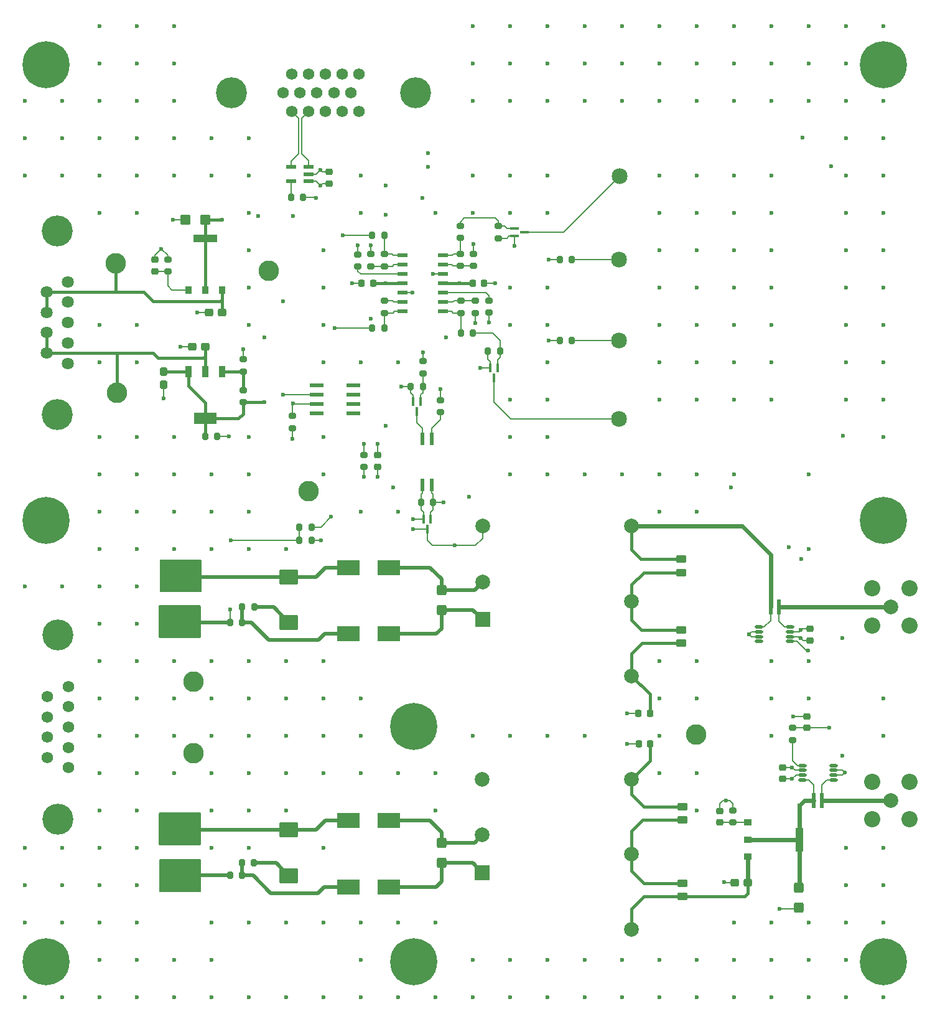
<source format=gbr>
%TF.GenerationSoftware,KiCad,Pcbnew,9.0.3*%
%TF.CreationDate,2025-09-17T10:51:30-04:00*%
%TF.ProjectId,4_COLD_TPC_SiPM_Pre_Amp,345f434f-4c44-45f5-9450-435f5369504d,rev?*%
%TF.SameCoordinates,Original*%
%TF.FileFunction,Copper,L1,Top*%
%TF.FilePolarity,Positive*%
%FSLAX46Y46*%
G04 Gerber Fmt 4.6, Leading zero omitted, Abs format (unit mm)*
G04 Created by KiCad (PCBNEW 9.0.3) date 2025-09-17 10:51:30*
%MOMM*%
%LPD*%
G01*
G04 APERTURE LIST*
G04 Aperture macros list*
%AMRoundRect*
0 Rectangle with rounded corners*
0 $1 Rounding radius*
0 $2 $3 $4 $5 $6 $7 $8 $9 X,Y pos of 4 corners*
0 Add a 4 corners polygon primitive as box body*
4,1,4,$2,$3,$4,$5,$6,$7,$8,$9,$2,$3,0*
0 Add four circle primitives for the rounded corners*
1,1,$1+$1,$2,$3*
1,1,$1+$1,$4,$5*
1,1,$1+$1,$6,$7*
1,1,$1+$1,$8,$9*
0 Add four rect primitives between the rounded corners*
20,1,$1+$1,$2,$3,$4,$5,0*
20,1,$1+$1,$4,$5,$6,$7,0*
20,1,$1+$1,$6,$7,$8,$9,0*
20,1,$1+$1,$8,$9,$2,$3,0*%
G04 Aperture macros list end*
%TA.AperFunction,SMDPad,CuDef*%
%ADD10RoundRect,0.225000X-0.250000X0.225000X-0.250000X-0.225000X0.250000X-0.225000X0.250000X0.225000X0*%
%TD*%
%TA.AperFunction,SMDPad,CuDef*%
%ADD11RoundRect,0.250000X0.312500X0.275000X-0.312500X0.275000X-0.312500X-0.275000X0.312500X-0.275000X0*%
%TD*%
%TA.AperFunction,SMDPad,CuDef*%
%ADD12RoundRect,0.225000X0.250000X-0.225000X0.250000X0.225000X-0.250000X0.225000X-0.250000X-0.225000X0*%
%TD*%
%TA.AperFunction,SMDPad,CuDef*%
%ADD13RoundRect,0.250000X-0.425000X0.450000X-0.425000X-0.450000X0.425000X-0.450000X0.425000X0.450000X0*%
%TD*%
%TA.AperFunction,SMDPad,CuDef*%
%ADD14RoundRect,0.250000X0.425000X-0.450000X0.425000X0.450000X-0.425000X0.450000X-0.425000X-0.450000X0*%
%TD*%
%TA.AperFunction,SMDPad,CuDef*%
%ADD15RoundRect,0.225000X0.225000X0.250000X-0.225000X0.250000X-0.225000X-0.250000X0.225000X-0.250000X0*%
%TD*%
%TA.AperFunction,SMDPad,CuDef*%
%ADD16RoundRect,0.250000X0.450000X0.425000X-0.450000X0.425000X-0.450000X-0.425000X0.450000X-0.425000X0*%
%TD*%
%TA.AperFunction,SMDPad,CuDef*%
%ADD17RoundRect,0.225000X-0.225000X-0.250000X0.225000X-0.250000X0.225000X0.250000X-0.225000X0.250000X0*%
%TD*%
%TA.AperFunction,SMDPad,CuDef*%
%ADD18RoundRect,0.250000X0.275000X-0.312500X0.275000X0.312500X-0.275000X0.312500X-0.275000X-0.312500X0*%
%TD*%
%TA.AperFunction,ComponentPad*%
%ADD19C,2.209800*%
%TD*%
%TA.AperFunction,ComponentPad*%
%ADD20C,2.006600*%
%TD*%
%TA.AperFunction,SMDPad,CuDef*%
%ADD21RoundRect,0.020000X-1.480000X0.980000X-1.480000X-0.980000X1.480000X-0.980000X1.480000X0.980000X0*%
%TD*%
%TA.AperFunction,SMDPad,CuDef*%
%ADD22R,0.350800X1.161200*%
%TD*%
%TA.AperFunction,ComponentPad*%
%ADD23C,2.159000*%
%TD*%
%TA.AperFunction,SMDPad,CuDef*%
%ADD24RoundRect,0.200000X0.275000X-0.200000X0.275000X0.200000X-0.275000X0.200000X-0.275000X-0.200000X0*%
%TD*%
%TA.AperFunction,SMDPad,CuDef*%
%ADD25RoundRect,0.200000X-0.200000X-0.275000X0.200000X-0.275000X0.200000X0.275000X-0.200000X0.275000X0*%
%TD*%
%TA.AperFunction,SMDPad,CuDef*%
%ADD26RoundRect,0.200000X-0.275000X0.200000X-0.275000X-0.200000X0.275000X-0.200000X0.275000X0.200000X0*%
%TD*%
%TA.AperFunction,SMDPad,CuDef*%
%ADD27RoundRect,0.200000X0.200000X0.275000X-0.200000X0.275000X-0.200000X-0.275000X0.200000X-0.275000X0*%
%TD*%
%TA.AperFunction,SMDPad,CuDef*%
%ADD28RoundRect,0.250000X-0.450000X0.262500X-0.450000X-0.262500X0.450000X-0.262500X0.450000X0.262500X0*%
%TD*%
%TA.AperFunction,SMDPad,CuDef*%
%ADD29RoundRect,0.250000X0.450000X-0.262500X0.450000X0.262500X-0.450000X0.262500X-0.450000X-0.262500X0*%
%TD*%
%TA.AperFunction,SMDPad,CuDef*%
%ADD30R,0.584200X2.159000*%
%TD*%
%TA.AperFunction,SMDPad,CuDef*%
%ADD31R,3.200000X1.000000*%
%TD*%
%TA.AperFunction,SMDPad,CuDef*%
%ADD32R,0.889000X1.016000*%
%TD*%
%TA.AperFunction,SMDPad,CuDef*%
%ADD33R,1.000000X3.200000*%
%TD*%
%TA.AperFunction,SMDPad,CuDef*%
%ADD34R,1.016000X0.889000*%
%TD*%
%TA.AperFunction,ComponentPad*%
%ADD35C,2.000000*%
%TD*%
%TA.AperFunction,ComponentPad*%
%ADD36R,2.000000X2.000000*%
%TD*%
%TA.AperFunction,SMDPad,CuDef*%
%ADD37R,1.473200X0.558800*%
%TD*%
%TA.AperFunction,SMDPad,CuDef*%
%ADD38R,3.048000X1.600200*%
%TD*%
%TA.AperFunction,SMDPad,CuDef*%
%ADD39R,0.838200X1.600200*%
%TD*%
%TA.AperFunction,SMDPad,CuDef*%
%ADD40R,1.460500X0.533400*%
%TD*%
%TA.AperFunction,SMDPad,CuDef*%
%ADD41O,1.150000X0.449999*%
%TD*%
%TA.AperFunction,ComponentPad*%
%ADD42C,2.800000*%
%TD*%
%TA.AperFunction,ComponentPad*%
%ADD43C,6.400000*%
%TD*%
%TA.AperFunction,SMDPad,CuDef*%
%ADD44RoundRect,0.250000X-0.312500X-0.275000X0.312500X-0.275000X0.312500X0.275000X-0.312500X0.275000X0*%
%TD*%
%TA.AperFunction,SMDPad,CuDef*%
%ADD45R,1.161200X0.350800*%
%TD*%
%TA.AperFunction,ComponentPad*%
%ADD46C,1.560000*%
%TD*%
%TA.AperFunction,ComponentPad*%
%ADD47C,4.216000*%
%TD*%
%TA.AperFunction,SMDPad,CuDef*%
%ADD48R,1.981200X0.558800*%
%TD*%
%TA.AperFunction,SMDPad,CuDef*%
%ADD49R,0.558800X1.651000*%
%TD*%
%TA.AperFunction,ComponentPad*%
%ADD50C,1.575000*%
%TD*%
%TA.AperFunction,ComponentPad*%
%ADD51C,1.635000*%
%TD*%
%TA.AperFunction,SMDPad,CuDef*%
%ADD52RoundRect,0.250000X1.025000X-0.787500X1.025000X0.787500X-1.025000X0.787500X-1.025000X-0.787500X0*%
%TD*%
%TA.AperFunction,ViaPad*%
%ADD53C,0.600000*%
%TD*%
%TA.AperFunction,Conductor*%
%ADD54C,0.600000*%
%TD*%
%TA.AperFunction,Conductor*%
%ADD55C,0.400000*%
%TD*%
%TA.AperFunction,Conductor*%
%ADD56C,0.200000*%
%TD*%
%TA.AperFunction,Conductor*%
%ADD57C,0.800000*%
%TD*%
%TA.AperFunction,Conductor*%
%ADD58C,0.500000*%
%TD*%
G04 APERTURE END LIST*
D10*
%TO.P,C1,2*%
%TO.N,/SEC_PWR_TELEM_RTN*%
X235240000Y-153165000D03*
%TO.P,C1,1*%
%TO.N,/SiPM/V_TELEM_P3V3_OUT*%
X235240000Y-151615000D03*
%TD*%
D11*
%TO.P,C3,2*%
%TO.N,/SiPM/SiPM_LV_Supply/SiPM_LV_5V/V_P5V_OUT*%
X228750000Y-167241400D03*
%TO.P,C3,1*%
%TO.N,/SiPM/SiPM_LV_Supply/SiPM_LV_P3V3/V_P3V3_OUT*%
X230525000Y-167241400D03*
%TD*%
D12*
%TO.P,C4,2*%
%TO.N,/SiPM/SiPM_LV_Supply/SiPM_LV_5V/V_P5V_OUT*%
X226730000Y-157536400D03*
%TO.P,C4,1*%
%TO.N,Net-(U2-SET)*%
X226730000Y-159086400D03*
%TD*%
D13*
%TO.P,C5,2*%
%TO.N,/SiPM/SiPM_LV_Supply/SiPM_LV_5V/V_P5V_OUT*%
X237480000Y-170650000D03*
%TO.P,C5,1*%
%TO.N,/SiPM/V_SiPM_LV_P2V5*%
X237480000Y-167950000D03*
%TD*%
D14*
%TO.P,C7,2*%
%TO.N,/SiPM/SiPM_LV_Supply/SiPM_LV_P3V3/V_RTN*%
X188827500Y-161880000D03*
%TO.P,C7,1*%
%TO.N,/SiPM/SiPM_LV_Supply/SiPM_LV_P3V3/V_POS*%
X188827500Y-164580000D03*
%TD*%
D15*
%TO.P,C12,2*%
%TO.N,CHASSIS*%
X215633000Y-144272000D03*
%TO.P,C12,1*%
%TO.N,/SiPM/SiPM_LV_Supply/SiPM_LV_5V/V_P5V_OUT*%
X217183000Y-144272000D03*
%TD*%
%TO.P,C21,2*%
%TO.N,CHASSIS*%
X215665000Y-148430000D03*
%TO.P,C21,1*%
%TO.N,/SiPM/SiPM_LV_Supply/SiPM_LV_5V/V_P5V_OUT*%
X217215000Y-148430000D03*
%TD*%
D16*
%TO.P,C26,2*%
%TO.N,/SEC_PWR_TELEM_RTN*%
X153987500Y-77115000D03*
%TO.P,C26,1*%
%TO.N,/SiPM/V_TELEM_P3V3_OUT*%
X156687500Y-77115000D03*
%TD*%
D12*
%TO.P,C27,2*%
%TO.N,/SEC_PWR_TELEM_RTN*%
X173560000Y-70625000D03*
%TO.P,C27,1*%
%TO.N,/SiPM/V_TELEM_P3V3_OUT*%
X173560000Y-72175000D03*
%TD*%
D15*
%TO.P,C28,2*%
%TO.N,/SEC_PWR_TELEM_RTN*%
X177964150Y-85760000D03*
%TO.P,C28,1*%
%TO.N,/SiPM/V_TELEM_P3V3_OUT*%
X179514150Y-85760000D03*
%TD*%
D17*
%TO.P,C29,2*%
%TO.N,/SEC_PWR_TELEM_RTN*%
X194604150Y-85760000D03*
%TO.P,C29,1*%
%TO.N,/SiPM/V_TELEM_M3V3*%
X193054150Y-85760000D03*
%TD*%
D12*
%TO.P,C30,2*%
%TO.N,/SEC_PWR_TELEM_RTN*%
X238990000Y-132755000D03*
%TO.P,C30,1*%
%TO.N,/SiPM/V_TELEM_P3V3_OUT*%
X238990000Y-134305000D03*
%TD*%
D18*
%TO.P,C34,2*%
%TO.N,/SiPM/V_TELEM_M3V3*%
X150980000Y-97737500D03*
%TO.P,C34,1*%
%TO.N,/SEC_PWR_TELEM_RTN*%
X150980000Y-99512500D03*
%TD*%
D19*
%TO.P,J4,5,GND*%
%TO.N,/SiPM/SiPM_LV_Supply/SiPM_LV_5V/V_P5V_OUT*%
X252540000Y-158650000D03*
%TO.P,J4,4,GND*%
X247460000Y-158650000D03*
%TO.P,J4,3,GND*%
X247460000Y-153570000D03*
%TO.P,J4,2,GND*%
X252540000Y-153570000D03*
D20*
%TO.P,J4,1,SIGNAL*%
%TO.N,/SiPM/V_SiPM_LV_P2V5_OUT*%
X250000000Y-156110000D03*
%TD*%
D19*
%TO.P,J5,5,GND*%
%TO.N,/SiPM/SiPM_LV_Supply/SiPM_LV_5V/V_P5V_OUT*%
X252540000Y-132320000D03*
%TO.P,J5,4,GND*%
X247460000Y-132320000D03*
%TO.P,J5,3,GND*%
X247460000Y-127240000D03*
%TO.P,J5,2,GND*%
X252540000Y-127240000D03*
D20*
%TO.P,J5,1,SIGNAL*%
%TO.N,/SiPM/V_SiPM_LV_M5V_OUT*%
X250000000Y-129780000D03*
%TD*%
D21*
%TO.P,L1,2,2*%
%TO.N,/SiPM/SiPM_LV_Supply/SiPM_LV_P3V3/V_POS*%
X181617500Y-167830000D03*
%TO.P,L1,1,1*%
%TO.N,Net-(F1-Pad2)*%
X176117500Y-167830000D03*
%TD*%
%TO.P,L2,2,2*%
%TO.N,/SiPM/SiPM_LV_Supply/SiPM_LV_P3V3/V_RTN*%
X181617500Y-158830000D03*
%TO.P,L2,1,1*%
%TO.N,/SEC_PWR_RTN*%
X176117500Y-158830000D03*
%TD*%
D22*
%TO.P,M2,3,3*%
%TO.N,/SiPM/SiPM_LV_Supply/SiPM_LV_5V/Enable*%
X186860000Y-119215000D03*
%TO.P,M2,2,2*%
%TO.N,/SEC_PWR_RTN*%
X186360001Y-117865000D03*
%TO.P,M2,1,1*%
%TO.N,Net-(M2-Pad1)*%
X187359999Y-117865000D03*
%TD*%
D23*
%TO.P,P1,1,1*%
%TO.N,Net-(P1-Pad1)*%
X212960000Y-93500000D03*
%TD*%
%TO.P,P2,1,1*%
%TO.N,Net-(M5-Pad3)*%
X212960000Y-104170000D03*
%TD*%
%TO.P,P3,1,1*%
%TO.N,Net-(P3-Pad1)*%
X212970000Y-82510000D03*
%TD*%
%TO.P,P4,1,1*%
%TO.N,Net-(M6-Pad3)*%
X213060000Y-71180000D03*
%TD*%
D24*
%TO.P,R3,2*%
%TO.N,/SiPM/SiPM_LV_Supply/SiPM_LV_5V/V_P5V_OUT*%
X228470000Y-157436400D03*
%TO.P,R3,1*%
%TO.N,Net-(U2-SET)*%
X228470000Y-159086400D03*
%TD*%
D25*
%TO.P,R8,2*%
%TO.N,/SiPM/SiPM_LV_Supply/SiPM_LV_5V/Enable*%
X171125000Y-120700000D03*
%TO.P,R8,1*%
%TO.N,/SEC_PWR_IN*%
X169475000Y-120700000D03*
%TD*%
D26*
%TO.P,R14,2*%
%TO.N,/SiPM/V_TELEM_M3V3*%
X161820000Y-101950000D03*
%TO.P,R14,1*%
%TO.N,Net-(U6-ADJ)*%
X161820000Y-100300000D03*
%TD*%
D27*
%TO.P,R15,2*%
%TO.N,/SiPM/V_TELEM_M3V3*%
X156645000Y-106580000D03*
%TO.P,R15,1*%
%TO.N,/SEC_PWR_TELEM_RTN*%
X158295000Y-106580000D03*
%TD*%
D24*
%TO.P,R26,2*%
%TO.N,Net-(U7C--INC)*%
X193394150Y-88125000D03*
%TO.P,R26,1*%
%TO.N,/SiPM/V_SiPM_LV_M5V*%
X193394150Y-89775000D03*
%TD*%
D26*
%TO.P,R27,2*%
%TO.N,Net-(U7A--INA)*%
X179214150Y-83450000D03*
%TO.P,R27,1*%
%TO.N,/SiPM/V_SiPM_LV_M5V*%
X179214150Y-81800000D03*
%TD*%
D28*
%TO.P,R37,2*%
%TO.N,/SiPM/SiPM_LV_Supply/SiPM_LV_P3V3/V_P3V3_OUT*%
X221607500Y-169162500D03*
%TO.P,R37,1*%
%TO.N,/SiPM/SiPM_LV_Supply/SiPM_LV_P3V3/TRIM*%
X221607500Y-167337500D03*
%TD*%
D29*
%TO.P,R39,2*%
%TO.N,/SiPM/SiPM_LV_Supply/SiPM_LV_5V/V_P5V_OUT*%
X221607500Y-156907500D03*
%TO.P,R39,1*%
%TO.N,/SiPM/SiPM_LV_Supply/SiPM_LV_P3V3/TRIM*%
X221607500Y-158732500D03*
%TD*%
D30*
%TO.P,R45,2*%
%TO.N,/SiPM/V_SiPM_LV_P2V5_OUT*%
X240573400Y-156130000D03*
%TO.P,R45,1*%
%TO.N,/SiPM/V_SiPM_LV_P2V5*%
X239506600Y-156130000D03*
%TD*%
%TO.P,R46,2*%
%TO.N,/SiPM/V_SiPM_LV_M5V*%
X233626600Y-129770000D03*
%TO.P,R46,1*%
%TO.N,/SiPM/V_SiPM_LV_M5V_OUT*%
X234693400Y-129770000D03*
%TD*%
D31*
%TO.P,U1,4,TAB*%
%TO.N,/SiPM/V_TELEM_P3V3_OUT*%
X156660000Y-79675000D03*
D32*
%TO.P,U1,3,IN*%
%TO.N,/P_SEC_TELEM_PWR*%
X158971400Y-86667500D03*
%TO.P,U1,2,OUT*%
%TO.N,/SiPM/V_TELEM_P3V3_OUT*%
X156660000Y-86667500D03*
%TO.P,U1,1,SET*%
%TO.N,Net-(U1-SET)*%
X154348600Y-86667500D03*
%TD*%
D33*
%TO.P,U2,4,TAB*%
%TO.N,/SiPM/V_SiPM_LV_P2V5*%
X237500000Y-161401400D03*
D34*
%TO.P,U2,3,IN*%
%TO.N,/SiPM/SiPM_LV_Supply/SiPM_LV_P3V3/V_P3V3_OUT*%
X230507500Y-163712800D03*
%TO.P,U2,2,OUT*%
%TO.N,/SiPM/V_SiPM_LV_P2V5*%
X230507500Y-161401400D03*
%TO.P,U2,1,SET*%
%TO.N,Net-(U2-SET)*%
X230507500Y-159090000D03*
%TD*%
D35*
%TO.P,U3,6,REMOTE*%
%TO.N,/SiPM/SiPM_LV_Supply/SiPM_LV_5V/Enable*%
X194387500Y-153190000D03*
%TO.P,U3,5,-VOUT*%
%TO.N,/SiPM/SiPM_LV_Supply/SiPM_LV_5V/V_P5V_OUT*%
X214687500Y-153190000D03*
%TO.P,U3,4,TRIM*%
%TO.N,/SiPM/SiPM_LV_Supply/SiPM_LV_P3V3/TRIM*%
X214687500Y-163390000D03*
%TO.P,U3,3,+VOUT*%
%TO.N,/SiPM/SiPM_LV_Supply/SiPM_LV_P3V3/V_P3V3_OUT*%
X214687500Y-173590000D03*
%TO.P,U3,2,-VIN*%
%TO.N,/SiPM/SiPM_LV_Supply/SiPM_LV_P3V3/V_RTN*%
X194387500Y-160790000D03*
D36*
%TO.P,U3,1,+VIN*%
%TO.N,/SiPM/SiPM_LV_Supply/SiPM_LV_P3V3/V_POS*%
X194387500Y-165890000D03*
%TD*%
D37*
%TO.P,U5,5,R*%
%TO.N,Net-(U5-R)*%
X168346200Y-71850001D03*
%TO.P,U5,4,B*%
%TO.N,/SiPM_LV_Enable-*%
X168346200Y-69949999D03*
%TO.P,U5,3,A*%
%TO.N,/SiPM_LV_Enable+*%
X170733800Y-69949999D03*
%TO.P,U5,2,GND*%
%TO.N,/SEC_PWR_TELEM_RTN*%
X170733800Y-70900000D03*
%TO.P,U5,1,VCC*%
%TO.N,/SiPM/V_TELEM_P3V3_OUT*%
X170733800Y-71850001D03*
%TD*%
D38*
%TO.P,U6,4,TAB*%
%TO.N,/SiPM/V_TELEM_M3V3*%
X156660000Y-104155400D03*
D39*
%TO.P,U6,3,OUT*%
X154360000Y-97754600D03*
%TO.P,U6,2,IN*%
%TO.N,/N_SEC_TELEM_PWR*%
X156660000Y-97754600D03*
%TO.P,U6,1,ADJ*%
%TO.N,Net-(U6-ADJ)*%
X158960000Y-97754600D03*
%TD*%
D40*
%TO.P,U7,14,D_OUT*%
%TO.N,Net-(U7D-D_OUT)*%
X188974150Y-81950000D03*
%TO.P,U7,13,-IND*%
%TO.N,Net-(U7D--IND)*%
X188974150Y-83220000D03*
%TO.P,U7,12,+IND*%
%TO.N,/SiPM/V_SiPM_LV_P2V5*%
X188974150Y-84490000D03*
%TO.P,U7,11,VSS*%
%TO.N,/SiPM/V_TELEM_M3V3*%
X188974150Y-85760000D03*
%TO.P,U7,10,+INC*%
%TO.N,Net-(U7C-+INC)*%
X188974150Y-87030000D03*
%TO.P,U7,9,-INC*%
%TO.N,Net-(U7C--INC)*%
X188974150Y-88300000D03*
%TO.P,U7,8,C_OUT*%
%TO.N,Net-(U7C-C_OUT)*%
X188974150Y-89570000D03*
%TO.P,U7,7,B_OUT*%
%TO.N,Net-(U7B-B_OUT)*%
X183525850Y-89570000D03*
%TO.P,U7,6,-INB*%
%TO.N,Net-(U7B--INB)*%
X183525850Y-88300000D03*
%TO.P,U7,5,+INB*%
%TO.N,/SiPM/V_SiPM_LV_P2V5*%
X183525850Y-87030000D03*
%TO.P,U7,4,VCC*%
%TO.N,/SiPM/V_TELEM_P3V3_OUT*%
X183525850Y-85760000D03*
%TO.P,U7,3,+INA*%
%TO.N,Net-(U7A-+INA)*%
X183525850Y-84490000D03*
%TO.P,U7,2,-INA*%
%TO.N,Net-(U7A--INA)*%
X183525850Y-83220000D03*
%TO.P,U7,1,A_Out*%
%TO.N,Net-(U7A-A_Out)*%
X183525850Y-81950000D03*
%TD*%
D41*
%TO.P,U9,8,+IN*%
%TO.N,/SiPM/V_SiPM_LV_M5V_OUT*%
X236295000Y-132495001D03*
%TO.P,U9,7,REF1*%
%TO.N,/SEC_PWR_TELEM_RTN*%
X236295000Y-133145002D03*
%TO.P,U9,6,V+*%
%TO.N,/SiPM/V_TELEM_P3V3_OUT*%
X236295000Y-133795001D03*
%TO.P,U9,5,OUT*%
%TO.N,Net-(U9-OUT)*%
X236295000Y-134445002D03*
%TO.P,U9,4,4*%
%TO.N,unconnected-(U9-Pad4)*%
X232045000Y-134445002D03*
%TO.P,U9,3,REF2*%
%TO.N,/SEC_PWR_TELEM_RTN*%
X232045000Y-133795001D03*
%TO.P,U9,2,GND*%
X232045000Y-133145002D03*
%TO.P,U9,1,-IN*%
%TO.N,/SiPM/V_SiPM_LV_M5V*%
X232045000Y-132495001D03*
%TD*%
%TO.P,U10,8,+IN*%
%TO.N,/SiPM/V_SiPM_LV_P2V5*%
X237915000Y-153294999D03*
%TO.P,U10,7,REF1*%
%TO.N,/SEC_PWR_TELEM_RTN*%
X237915000Y-152644998D03*
%TO.P,U10,6,V+*%
%TO.N,/SiPM/V_TELEM_P3V3_OUT*%
X237915000Y-151994999D03*
%TO.P,U10,5,OUT*%
%TO.N,Net-(U10-OUT)*%
X237915000Y-151344998D03*
%TO.P,U10,4,4*%
%TO.N,unconnected-(U10-Pad4)*%
X242165000Y-151344998D03*
%TO.P,U10,3,REF2*%
%TO.N,/SEC_PWR_TELEM_RTN*%
X242165000Y-151994999D03*
%TO.P,U10,2,GND*%
X242165000Y-152644998D03*
%TO.P,U10,1,-IN*%
%TO.N,/SiPM/V_SiPM_LV_P2V5_OUT*%
X242165000Y-153294999D03*
%TD*%
D42*
%TO.P,V_{EN}1,1,1*%
%TO.N,/SiPM/SiPM_LV_Supply/SiPM_LV_5V/Enable*%
X170690000Y-114050000D03*
%TD*%
%TO.P,V_{OUT_RTN}1,1,1*%
%TO.N,/SiPM/SiPM_LV_Supply/SiPM_LV_5V/V_P5V_OUT*%
X223490000Y-147150000D03*
%TD*%
D24*
%TO.P,R31,1*%
%TO.N,Net-(U7D-D_OUT)*%
X191388900Y-79595000D03*
%TO.P,R31,2*%
%TO.N,Net-(M6-Pad1)*%
X191388900Y-77945000D03*
%TD*%
D42*
%TO.P,+12V_RTN1,1,1*%
%TO.N,/SEC_PWR_RTN*%
X155090000Y-149640000D03*
%TD*%
D12*
%TO.P,C25,1*%
%TO.N,Net-(U1-SET)*%
X149800000Y-84100000D03*
%TO.P,C25,2*%
%TO.N,/SEC_PWR_TELEM_RTN*%
X149800000Y-82550000D03*
%TD*%
D43*
%TO.P,H5,1,1*%
%TO.N,CHASSIS*%
X135000000Y-56000000D03*
%TD*%
D26*
%TO.P,R6,1*%
%TO.N,/P_SEC_TELEM_PWR*%
X188650000Y-101655000D03*
%TO.P,R6,2*%
%TO.N,Net-(Q1-Pad1)*%
X188650000Y-103305000D03*
%TD*%
D24*
%TO.P,R10,1*%
%TO.N,Net-(U1-SET)*%
X151560000Y-84160000D03*
%TO.P,R10,2*%
%TO.N,/SEC_PWR_TELEM_RTN*%
X151560000Y-82510000D03*
%TD*%
D25*
%TO.P,R11,1*%
%TO.N,Net-(U5-R)*%
X168335000Y-74090000D03*
%TO.P,R11,2*%
%TO.N,/SiPM/SiPM_LV_Supply/SiPM_LV_Enable*%
X169985000Y-74090000D03*
%TD*%
D24*
%TO.P,R32,1*%
%TO.N,/SEC_PWR_TELEM_RTN*%
X196564150Y-79625000D03*
%TO.P,R32,2*%
%TO.N,Net-(M6-Pad1)*%
X196564150Y-77975000D03*
%TD*%
%TO.P,R19,1*%
%TO.N,Net-(U7A--INA)*%
X181054150Y-83450000D03*
%TO.P,R19,2*%
%TO.N,Net-(U7A-A_Out)*%
X181054150Y-81800000D03*
%TD*%
D43*
%TO.P,H7,1,1*%
%TO.N,CHASSIS*%
X249000000Y-118000000D03*
%TD*%
D24*
%TO.P,R20,1*%
%TO.N,Net-(U7A-+INA)*%
X177424150Y-83475000D03*
%TO.P,R20,2*%
%TO.N,/SEC_PWR_TELEM_RTN*%
X177424150Y-81825000D03*
%TD*%
D43*
%TO.P,H6,1,1*%
%TO.N,CHASSIS*%
X249000000Y-178000000D03*
%TD*%
D24*
%TO.P,R34,1*%
%TO.N,/SEC_PWR_TELEM_RTN*%
X195264150Y-89765000D03*
%TO.P,R34,2*%
%TO.N,Net-(U7C-+INC)*%
X195264150Y-88115000D03*
%TD*%
D11*
%TO.P,C24,1*%
%TO.N,/P_SEC_TELEM_PWR*%
X158967500Y-89765000D03*
%TO.P,C24,2*%
%TO.N,/SEC_PWR_TELEM_RTN*%
X157192500Y-89765000D03*
%TD*%
D27*
%TO.P,R9,1*%
%TO.N,Net-(M2-Pad1)*%
X187695000Y-115560000D03*
%TO.P,R9,2*%
%TO.N,/SEC_PWR_RTN*%
X186045000Y-115560000D03*
%TD*%
D43*
%TO.P,H3,1,1*%
%TO.N,CHASSIS*%
X185000000Y-146000000D03*
%TD*%
D26*
%TO.P,R22,1*%
%TO.N,Net-(U7B--INB)*%
X181059150Y-88119800D03*
%TO.P,R22,2*%
%TO.N,Net-(U7B-B_OUT)*%
X181059150Y-89769800D03*
%TD*%
D25*
%TO.P,R21,1*%
%TO.N,/M5p0V_Telem*%
X179399150Y-79230000D03*
%TO.P,R21,2*%
%TO.N,Net-(U7A-A_Out)*%
X181049150Y-79230000D03*
%TD*%
D44*
%TO.P,C32,1*%
%TO.N,/SEC_PWR_TELEM_RTN*%
X154892500Y-94345000D03*
%TO.P,C32,2*%
%TO.N,/N_SEC_TELEM_PWR*%
X156667500Y-94345000D03*
%TD*%
D27*
%TO.P,R5,1*%
%TO.N,Net-(M1-Pad1)*%
X186275000Y-99790000D03*
%TO.P,R5,2*%
%TO.N,/SEC_PWR_TELEM_RTN*%
X184625000Y-99790000D03*
%TD*%
D45*
%TO.P,M6,1,1*%
%TO.N,Net-(M6-Pad1)*%
X198774150Y-78330002D03*
%TO.P,M6,2,2*%
%TO.N,/SEC_PWR_TELEM_RTN*%
X198774150Y-79330000D03*
%TO.P,M6,3,3*%
%TO.N,Net-(M6-Pad3)*%
X200124150Y-78830001D03*
%TD*%
D26*
%TO.P,R24,1*%
%TO.N,/TEMP_TELEM*%
X168540000Y-103805000D03*
%TO.P,R24,2*%
%TO.N,/SEC_PWR_TELEM_RTN*%
X168540000Y-105455000D03*
%TD*%
D42*
%TO.P,+5V1,1,1*%
%TO.N,/P_SEC_TELEM_PWR*%
X144520000Y-83000000D03*
%TD*%
D46*
%TO.P,J1,1*%
%TO.N,/SEC_PWR_RTN*%
X138030000Y-140575000D03*
%TO.P,J1,2*%
X138030000Y-143345000D03*
%TO.P,J1,3*%
%TO.N,unconnected-(J1-Pad3)*%
X138030000Y-146115000D03*
%TO.P,J1,4*%
%TO.N,/SEC_PWR_RTN*%
X138030000Y-148885000D03*
%TO.P,J1,5*%
X138030000Y-151655000D03*
%TO.P,J1,6*%
%TO.N,/SEC_PWR_IN*%
X135190000Y-141960000D03*
%TO.P,J1,7*%
X135190000Y-144730000D03*
%TO.P,J1,8*%
X135190000Y-147500000D03*
%TO.P,J1,9*%
X135190000Y-150270000D03*
D47*
%TO.P,J1,S1*%
%TO.N,CHASSIS*%
X136610000Y-133615000D03*
%TO.P,J1,S2*%
X136610000Y-158615000D03*
%TD*%
D22*
%TO.P,M5,1,1*%
%TO.N,Net-(M5-Pad1)*%
X196459150Y-97289799D03*
%TO.P,M5,2,2*%
%TO.N,/SEC_PWR_TELEM_RTN*%
X195459152Y-97289799D03*
%TO.P,M5,3,3*%
%TO.N,Net-(M5-Pad3)*%
X195959151Y-98639799D03*
%TD*%
D48*
%TO.P,U8,1,NC*%
%TO.N,unconnected-(U8-NC-Pad1)*%
X171856200Y-99605000D03*
%TO.P,U8,2,V+*%
%TO.N,/P_SEC_TELEM_PWR*%
X171856200Y-100875000D03*
%TO.P,U8,3,V-*%
%TO.N,/TEMP_TELEM*%
X171856200Y-102145000D03*
%TO.P,U8,4,NC*%
%TO.N,unconnected-(U8-NC-Pad4)*%
X171856200Y-103415000D03*
%TO.P,U8,5,NC*%
%TO.N,unconnected-(U8-NC-Pad5)*%
X176783800Y-103415000D03*
%TO.P,U8,6,NC*%
%TO.N,unconnected-(U8-NC-Pad6)*%
X176783800Y-102145000D03*
%TO.P,U8,7,NC*%
%TO.N,unconnected-(U8-NC-Pad7)*%
X176783800Y-100875000D03*
%TO.P,U8,8,NC*%
%TO.N,unconnected-(U8-NC-Pad8)*%
X176783800Y-99605000D03*
%TD*%
D49*
%TO.P,Q1,1,1*%
%TO.N,Net-(Q1-Pad1)*%
X187495000Y-106885800D03*
%TO.P,Q1,2,2*%
%TO.N,Net-(M1-Pad3)*%
X186225000Y-106885800D03*
%TO.P,Q1,3,3*%
%TO.N,/SEC_PWR_RTN*%
X186225000Y-113134200D03*
%TO.P,Q1,4,4*%
%TO.N,Net-(M2-Pad1)*%
X187495000Y-113134200D03*
%TD*%
D22*
%TO.P,M1,1,1*%
%TO.N,Net-(M1-Pad1)*%
X185979999Y-101795000D03*
%TO.P,M1,2,2*%
%TO.N,/SEC_PWR_TELEM_RTN*%
X184980001Y-101795000D03*
%TO.P,M1,3,3*%
%TO.N,Net-(M1-Pad3)*%
X185480000Y-103145000D03*
%TD*%
D24*
%TO.P,R35,1*%
%TO.N,Net-(U7D--IND)*%
X191394150Y-83405000D03*
%TO.P,R35,2*%
%TO.N,Net-(U7D-D_OUT)*%
X191394150Y-81755000D03*
%TD*%
D50*
%TO.P,J3,1*%
%TO.N,/SiPM_LV_Enable-*%
X168434000Y-62350000D03*
%TO.P,J3,2*%
%TO.N,/SiPM_LV_Enable+*%
X170724000Y-62350000D03*
%TO.P,J3,3*%
%TO.N,/P2p5V_TELEM*%
X173014000Y-62350000D03*
%TO.P,J3,4*%
%TO.N,/M5p0V_Telem*%
X175304000Y-62350000D03*
%TO.P,J3,5*%
%TO.N,/P2p5_I_MON*%
X177594000Y-62350000D03*
%TO.P,J3,6*%
%TO.N,/SEC_PWR_TELEM_RTN*%
X167289000Y-59810000D03*
%TO.P,J3,7*%
X169579000Y-59810000D03*
%TO.P,J3,8*%
X171869000Y-59810000D03*
%TO.P,J3,9*%
X174159000Y-59810000D03*
%TO.P,J3,10*%
X176449000Y-59810000D03*
%TO.P,J3,11*%
%TO.N,/TEMP_TELEM*%
X168434000Y-57270000D03*
%TO.P,J3,12*%
%TO.N,/SEC_PWR_TELEM_RTN*%
X170724000Y-57270000D03*
%TO.P,J3,13*%
X173014000Y-57270000D03*
%TO.P,J3,14*%
X175304000Y-57270000D03*
%TO.P,J3,15*%
%TO.N,/M5V_I_MON*%
X177594000Y-57270000D03*
D47*
%TO.P,J3,S1*%
%TO.N,CHASSIS*%
X185255000Y-59810000D03*
%TO.P,J3,S2*%
X160265000Y-59810000D03*
%TD*%
D25*
%TO.P,R23,1*%
%TO.N,/P2p5V_TELEM*%
X179394150Y-91814800D03*
%TO.P,R23,2*%
%TO.N,Net-(U7B-B_OUT)*%
X181044150Y-91814800D03*
%TD*%
D51*
%TO.P,J2,1*%
%TO.N,/SEC_PWR_TELEM_RTN*%
X137933250Y-96630000D03*
%TO.P,J2,2*%
X137933250Y-93860000D03*
%TO.P,J2,3*%
%TO.N,unconnected-(J2-Pad3)*%
X137933250Y-91090000D03*
%TO.P,J2,4*%
%TO.N,/SEC_PWR_TELEM_RTN*%
X137933250Y-88320000D03*
%TO.P,J2,5*%
X137933250Y-85550000D03*
%TO.P,J2,6*%
%TO.N,/N_SEC_TELEM_PWR*%
X135093250Y-95245000D03*
%TO.P,J2,7*%
X135093250Y-92475000D03*
%TO.P,J2,8*%
%TO.N,/P_SEC_TELEM_PWR*%
X135093250Y-89705000D03*
%TO.P,J2,9*%
X135093250Y-86935000D03*
D47*
%TO.P,J2,S1*%
%TO.N,CHASSIS*%
X136513250Y-78590000D03*
%TO.P,J2,S2*%
X136513250Y-103590000D03*
%TD*%
D24*
%TO.P,R41,1*%
%TO.N,Net-(U10-OUT)*%
X236570000Y-147855000D03*
%TO.P,R41,2*%
%TO.N,Net-(C2-Pad2)*%
X236570000Y-146205000D03*
%TD*%
D43*
%TO.P,H8,1,1*%
%TO.N,CHASSIS*%
X135000000Y-118000000D03*
%TD*%
D26*
%TO.P,R4,1*%
%TO.N,/SiPM/SiPM_LV_Supply/SiPM_LV_Enable*%
X186270000Y-96365000D03*
%TO.P,R4,2*%
%TO.N,Net-(M1-Pad1)*%
X186270000Y-98015000D03*
%TD*%
D25*
%TO.P,R28,1*%
%TO.N,Net-(U7C-C_OUT)*%
X191429150Y-92550000D03*
%TO.P,R28,2*%
%TO.N,Net-(M5-Pad1)*%
X193079150Y-92550000D03*
%TD*%
D26*
%TO.P,R12,1*%
%TO.N,/SEC_PWR_TELEM_RTN*%
X178250000Y-109105000D03*
%TO.P,R12,2*%
%TO.N,/SEC_PWR_RTN*%
X178250000Y-110755000D03*
%TD*%
D43*
%TO.P,H4,1,1*%
%TO.N,CHASSIS*%
X185000000Y-178000000D03*
%TD*%
D26*
%TO.P,R13,1*%
%TO.N,/SEC_PWR_TELEM_RTN*%
X161820000Y-96090000D03*
%TO.P,R13,2*%
%TO.N,Net-(U6-ADJ)*%
X161820000Y-97740000D03*
%TD*%
%TO.P,R25,1*%
%TO.N,Net-(U7C--INC)*%
X191434150Y-88125000D03*
%TO.P,R25,2*%
%TO.N,Net-(U7C-C_OUT)*%
X191434150Y-89775000D03*
%TD*%
D10*
%TO.P,C2,1*%
%TO.N,/SEC_PWR_TELEM_RTN*%
X238520000Y-144655000D03*
%TO.P,C2,2*%
%TO.N,Net-(C2-Pad2)*%
X238520000Y-146205000D03*
%TD*%
D42*
%TO.P,+12V1,1,1*%
%TO.N,/SEC_PWR_IN*%
X155090000Y-139890000D03*
%TD*%
D25*
%TO.P,R7,1*%
%TO.N,/SEC_PWR_IN*%
X169495000Y-118900000D03*
%TO.P,R7,2*%
%TO.N,Net-(M2-Pad1)*%
X171145000Y-118900000D03*
%TD*%
D42*
%TO.P,-5V1,1,1*%
%TO.N,/N_SEC_TELEM_PWR*%
X144690000Y-100630000D03*
%TD*%
D26*
%TO.P,R36,1*%
%TO.N,/SEC_PWR_TELEM_RTN*%
X193184150Y-81765000D03*
%TO.P,R36,2*%
%TO.N,Net-(U7D--IND)*%
X193184150Y-83415000D03*
%TD*%
D27*
%TO.P,R48,1*%
%TO.N,Net-(C6-Pad1)*%
X163302500Y-164580000D03*
%TO.P,R48,2*%
%TO.N,Net-(F1-Pad2)*%
X161652500Y-164580000D03*
%TD*%
D43*
%TO.P,H2,1,1*%
%TO.N,CHASSIS*%
X135000000Y-178000000D03*
%TD*%
%TO.P,H1,1,1*%
%TO.N,CHASSIS*%
X249000000Y-56000000D03*
%TD*%
D10*
%TO.P,C33,1*%
%TO.N,/SEC_PWR_TELEM_RTN*%
X180140000Y-109135000D03*
%TO.P,C33,2*%
%TO.N,/SEC_PWR_RTN*%
X180140000Y-110685000D03*
%TD*%
D27*
%TO.P,R33,1*%
%TO.N,Net-(P3-Pad1)*%
X206545000Y-82510200D03*
%TO.P,R33,2*%
%TO.N,/P_SEC_TELEM_PWR*%
X204895000Y-82510200D03*
%TD*%
%TO.P,R30,1*%
%TO.N,Net-(P1-Pad1)*%
X206555000Y-93500200D03*
%TO.P,R30,2*%
%TO.N,/P_SEC_TELEM_PWR*%
X204905000Y-93500200D03*
%TD*%
D52*
%TO.P,C6,1*%
%TO.N,Net-(C6-Pad1)*%
X168047500Y-166312500D03*
%TO.P,C6,2*%
%TO.N,/SEC_PWR_RTN*%
X168047500Y-160087500D03*
%TD*%
D42*
%TO.P,Telem_RTN1,1,1*%
%TO.N,/SEC_PWR_TELEM_RTN*%
X165350000Y-84050000D03*
%TD*%
D25*
%TO.P,F1,1*%
%TO.N,/SEC_PWR_IN*%
X160017500Y-166300000D03*
%TO.P,F1,2*%
%TO.N,Net-(F1-Pad2)*%
X161667500Y-166300000D03*
%TD*%
%TO.P,R29,1*%
%TO.N,/SEC_PWR_TELEM_RTN*%
X195134151Y-94954799D03*
%TO.P,R29,2*%
%TO.N,Net-(M5-Pad1)*%
X196784151Y-94954799D03*
%TD*%
%TO.P,F2,1*%
%TO.N,/SEC_PWR_IN*%
X160025000Y-131880000D03*
%TO.P,F2,2*%
%TO.N,Net-(F2-Pad2)*%
X161675000Y-131880000D03*
%TD*%
D21*
%TO.P,L4,1,1*%
%TO.N,/SEC_PWR_RTN*%
X176125000Y-124410000D03*
%TO.P,L4,2,2*%
%TO.N,/SiPM/SiPM_LV_Supply/SiPM_LV_5V/V_RTN*%
X181625000Y-124410000D03*
%TD*%
D28*
%TO.P,R38,1*%
%TO.N,/SiPM/SiPM_LV_Supply/SiPM_LV_5V/TRIM*%
X221415000Y-132887500D03*
%TO.P,R38,2*%
%TO.N,/SiPM/SiPM_LV_Supply/SiPM_LV_5V/V_P5V_OUT*%
X221415000Y-134712500D03*
%TD*%
D29*
%TO.P,R40,1*%
%TO.N,/SiPM/SiPM_LV_Supply/SiPM_LV_5V/TRIM*%
X221425000Y-125082500D03*
%TO.P,R40,2*%
%TO.N,/SiPM/V_SiPM_LV_M5V*%
X221425000Y-123257500D03*
%TD*%
D14*
%TO.P,C16,1*%
%TO.N,/SiPM/SiPM_LV_Supply/SiPM_LV_5V/V_POS*%
X188835000Y-130160000D03*
%TO.P,C16,2*%
%TO.N,/SiPM/SiPM_LV_Supply/SiPM_LV_5V/V_RTN*%
X188835000Y-127460000D03*
%TD*%
D52*
%TO.P,C15,1*%
%TO.N,Net-(C15-Pad1)*%
X168055000Y-131892500D03*
%TO.P,C15,2*%
%TO.N,/SEC_PWR_RTN*%
X168055000Y-125667500D03*
%TD*%
D21*
%TO.P,L3,1,1*%
%TO.N,Net-(F2-Pad2)*%
X176125000Y-133410000D03*
%TO.P,L3,2,2*%
%TO.N,/SiPM/SiPM_LV_Supply/SiPM_LV_5V/V_POS*%
X181625000Y-133410000D03*
%TD*%
D27*
%TO.P,R49,1*%
%TO.N,Net-(C15-Pad1)*%
X163330000Y-129800000D03*
%TO.P,R49,2*%
%TO.N,Net-(F2-Pad2)*%
X161680000Y-129800000D03*
%TD*%
D36*
%TO.P,U4,1,+VIN*%
%TO.N,/SiPM/SiPM_LV_Supply/SiPM_LV_5V/V_POS*%
X194395000Y-131470000D03*
D35*
%TO.P,U4,2,-VIN*%
%TO.N,/SiPM/SiPM_LV_Supply/SiPM_LV_5V/V_RTN*%
X194395000Y-126370000D03*
%TO.P,U4,3,+VOUT*%
%TO.N,/SiPM/SiPM_LV_Supply/SiPM_LV_5V/V_P5V_OUT*%
X214695000Y-139170000D03*
%TO.P,U4,4,COMMON*%
%TO.N,/SiPM/SiPM_LV_Supply/SiPM_LV_5V/TRIM*%
X214695000Y-128970000D03*
%TO.P,U4,5,-VOUT*%
%TO.N,/SiPM/V_SiPM_LV_M5V*%
X214695000Y-118770000D03*
%TO.P,U4,6,REMOTE*%
%TO.N,/SiPM/SiPM_LV_Supply/SiPM_LV_5V/Enable*%
X194395000Y-118770000D03*
%TD*%
D53*
%TO.N,/SiPM/V_SiPM_LV_M5V*%
X179230000Y-90580000D03*
X179234150Y-80580000D03*
X193394150Y-91130000D03*
X192540000Y-114820000D03*
%TO.N,/SiPM/V_TELEM_P3V3_OUT*%
X237680000Y-133980000D03*
X181240000Y-105120000D03*
X181240000Y-76390000D03*
X243400000Y-133990000D03*
X243480000Y-106490000D03*
X181240000Y-72460000D03*
X172310000Y-72450000D03*
X181234150Y-85760000D03*
X243400000Y-149970000D03*
X236550000Y-151610000D03*
X158970000Y-77145000D03*
%TO.N,/SiPM/V_SiPM_LV_P2V5*%
X187654150Y-84480000D03*
X228180000Y-113530000D03*
X184894150Y-87030000D03*
X182270000Y-113530000D03*
X237515000Y-156785000D03*
%TO.N,/SiPM/SiPM_LV_Supply/SiPM_LV_5V/Enable*%
X184990000Y-119200000D03*
X190600000Y-121430000D03*
X172390000Y-120700000D03*
%TO.N,/SiPM/V_TELEM_M3V3*%
X164690000Y-93100000D03*
X164690000Y-101940000D03*
X189480000Y-93100000D03*
X191304150Y-85750000D03*
%TO.N,/SiPM/SiPM_LV_Supply/SiPM_LV_5V/V_P5V_OUT*%
X227570000Y-156111400D03*
X234827500Y-170857500D03*
X227300000Y-167231400D03*
%TO.N,/SEC_PWR_RTN*%
X154017500Y-158820000D03*
X177800000Y-152400000D03*
X147320000Y-152400000D03*
X213360000Y-111760000D03*
X218440000Y-177800000D03*
X243840000Y-177800000D03*
X147320000Y-167640000D03*
X238760000Y-121920000D03*
X223520000Y-142240000D03*
X152400000Y-137160000D03*
X233680000Y-177800000D03*
X147320000Y-162560000D03*
X147320000Y-132080000D03*
X152635000Y-126775000D03*
X152747500Y-160090000D03*
X218440000Y-116840000D03*
X151365000Y-125505000D03*
X198120000Y-111760000D03*
X208280000Y-182880000D03*
X238760000Y-177800000D03*
X248920000Y-182880000D03*
X193040000Y-177800000D03*
X198120000Y-177800000D03*
X157480000Y-162560000D03*
X172720000Y-172720000D03*
X177800000Y-177800000D03*
X178250000Y-112050000D03*
X142240000Y-157480000D03*
X157480000Y-177800000D03*
X198120000Y-147320000D03*
X182880000Y-152400000D03*
X153905000Y-125505000D03*
X172720000Y-182880000D03*
X152400000Y-147320000D03*
X152400000Y-142240000D03*
X233680000Y-172720000D03*
X238760000Y-182880000D03*
X167640000Y-172720000D03*
X152400000Y-177800000D03*
X152400000Y-152400000D03*
X167640000Y-147320000D03*
X152747500Y-158820000D03*
X155175000Y-124235000D03*
X147320000Y-121920000D03*
X167640000Y-142240000D03*
X167640000Y-137160000D03*
X187960000Y-182880000D03*
X155287500Y-161360000D03*
X132080000Y-182880000D03*
X223520000Y-111760000D03*
X157480000Y-147320000D03*
X172720000Y-152400000D03*
X151365000Y-126775000D03*
X157480000Y-152400000D03*
X198120000Y-182880000D03*
X167640000Y-157480000D03*
X208280000Y-111760000D03*
X187960000Y-157480000D03*
X228600000Y-182880000D03*
X142240000Y-152400000D03*
X208280000Y-177800000D03*
X132080000Y-172720000D03*
X137160000Y-172720000D03*
X248920000Y-162560000D03*
X233680000Y-147320000D03*
X162560000Y-147320000D03*
X132080000Y-127000000D03*
X151477500Y-161360000D03*
X187960000Y-172720000D03*
X233680000Y-137160000D03*
X147320000Y-157480000D03*
X182880000Y-172720000D03*
X218440000Y-137160000D03*
X151477500Y-160090000D03*
X218440000Y-147320000D03*
X142240000Y-182880000D03*
X243840000Y-172720000D03*
X157480000Y-157480000D03*
X193040000Y-147320000D03*
X157480000Y-121920000D03*
X228600000Y-177800000D03*
X147320000Y-177800000D03*
X177800000Y-182880000D03*
X233680000Y-142240000D03*
X142240000Y-167640000D03*
X137160000Y-162560000D03*
X154017500Y-160090000D03*
X180140000Y-112050000D03*
X137160000Y-127000000D03*
X177800000Y-116840000D03*
X177800000Y-147320000D03*
X162560000Y-121920000D03*
X152747500Y-161360000D03*
X223520000Y-182880000D03*
X142240000Y-137160000D03*
X213360000Y-177800000D03*
X218440000Y-152400000D03*
X152400000Y-121920000D03*
X132080000Y-162560000D03*
X162560000Y-182880000D03*
X203200000Y-111760000D03*
X147320000Y-172720000D03*
X142240000Y-147320000D03*
X203200000Y-147320000D03*
X162560000Y-142240000D03*
X203200000Y-182880000D03*
X172720000Y-142240000D03*
X162560000Y-172720000D03*
X157480000Y-182880000D03*
X137160000Y-167640000D03*
X213360000Y-182880000D03*
X152400000Y-182880000D03*
X154017500Y-161360000D03*
X155175000Y-126775000D03*
X147320000Y-182880000D03*
X162560000Y-162560000D03*
X157480000Y-137160000D03*
X147320000Y-137160000D03*
X167640000Y-152400000D03*
X132080000Y-167640000D03*
X228600000Y-111760000D03*
X142240000Y-142240000D03*
X172720000Y-111760000D03*
X153905000Y-126775000D03*
X248920000Y-172720000D03*
X172720000Y-147320000D03*
X223520000Y-177800000D03*
X243840000Y-182880000D03*
X137160000Y-182880000D03*
X218440000Y-111760000D03*
X167640000Y-182880000D03*
X155287500Y-160090000D03*
X218440000Y-182880000D03*
X203200000Y-177800000D03*
X142240000Y-162560000D03*
X153905000Y-124235000D03*
X162560000Y-137160000D03*
X177800000Y-142240000D03*
X223520000Y-152400000D03*
X248920000Y-142240000D03*
X172720000Y-137160000D03*
X223520000Y-116840000D03*
X208280000Y-147320000D03*
X152635000Y-124235000D03*
X238760000Y-172720000D03*
X147320000Y-142240000D03*
X184980000Y-117850000D03*
X142240000Y-177800000D03*
X223520000Y-157480000D03*
X151477500Y-158820000D03*
X152635000Y-125505000D03*
X248920000Y-147320000D03*
X142240000Y-172720000D03*
X218440000Y-142240000D03*
X182880000Y-182880000D03*
X233680000Y-182880000D03*
X167640000Y-121920000D03*
X238760000Y-142240000D03*
X228600000Y-172720000D03*
X243840000Y-162560000D03*
X193040000Y-182880000D03*
X162560000Y-157480000D03*
X243840000Y-167640000D03*
X223520000Y-137160000D03*
X151365000Y-124235000D03*
X182880000Y-116840000D03*
X162560000Y-152400000D03*
X157480000Y-172720000D03*
X142240000Y-132080000D03*
X172720000Y-162560000D03*
X187960000Y-152400000D03*
X147320000Y-127000000D03*
X238760000Y-137160000D03*
X142240000Y-127000000D03*
X142240000Y-121920000D03*
X157480000Y-142240000D03*
X147320000Y-147320000D03*
X177800000Y-172720000D03*
X155175000Y-125505000D03*
X155287500Y-158820000D03*
X248920000Y-167640000D03*
%TO.N,CHASSIS*%
X214040000Y-148430000D03*
X214078000Y-144272000D03*
%TO.N,/SEC_PWR_TELEM_RTN*%
X198120000Y-50800000D03*
X132080000Y-60960000D03*
X152400000Y-55880000D03*
X203200000Y-96520000D03*
X147320000Y-76200000D03*
X203200000Y-86360000D03*
X228600000Y-101600000D03*
X223520000Y-60960000D03*
X243840000Y-91440000D03*
X223520000Y-50800000D03*
X248920000Y-66040000D03*
X198774150Y-80690000D03*
X208280000Y-50800000D03*
X228600000Y-60960000D03*
X238760000Y-60960000D03*
X243840000Y-50800000D03*
X243840000Y-60960000D03*
X213360000Y-55880000D03*
X157480000Y-66040000D03*
X248920000Y-101600000D03*
X157480000Y-71120000D03*
X157480000Y-116840000D03*
X152400000Y-116840000D03*
X203200000Y-106680000D03*
X218440000Y-101600000D03*
X238760000Y-111760000D03*
X233680000Y-91440000D03*
X147320000Y-50800000D03*
X248920000Y-91440000D03*
X218440000Y-86360000D03*
X177434150Y-80580000D03*
X228600000Y-86360000D03*
X223520000Y-101600000D03*
X198120000Y-106680000D03*
X172720000Y-81280000D03*
X142240000Y-71120000D03*
X142240000Y-76200000D03*
X162560000Y-86360000D03*
X162560000Y-76200000D03*
X153260000Y-94345000D03*
X218440000Y-60960000D03*
X198120000Y-101600000D03*
X193040000Y-60960000D03*
X162560000Y-111760000D03*
X233680000Y-50800000D03*
X147320000Y-60960000D03*
X243840000Y-86360000D03*
X147320000Y-106680000D03*
X172720000Y-96520000D03*
X218440000Y-91440000D03*
X233680000Y-101600000D03*
X147320000Y-66040000D03*
X152400000Y-111760000D03*
X218440000Y-81280000D03*
X228600000Y-55880000D03*
X203200000Y-101600000D03*
X236550000Y-153160000D03*
X213360000Y-50800000D03*
X223520000Y-76200000D03*
X228600000Y-71120000D03*
X223520000Y-86360000D03*
X218440000Y-50800000D03*
X162560000Y-81280000D03*
X147320000Y-116840000D03*
X248920000Y-81280000D03*
X243840000Y-55880000D03*
X203200000Y-91440000D03*
X152240000Y-77120000D03*
X223520000Y-81280000D03*
X243840000Y-101600000D03*
X194129150Y-97274800D03*
X198120000Y-76200000D03*
X137160000Y-71120000D03*
X152400000Y-66040000D03*
X233680000Y-86360000D03*
X178250000Y-107630000D03*
X233680000Y-55880000D03*
X208280000Y-60960000D03*
X236050000Y-121620000D03*
X132080000Y-71120000D03*
X142240000Y-106680000D03*
X243690000Y-152310000D03*
X203200000Y-60960000D03*
X137160000Y-60960000D03*
X172310000Y-70370000D03*
X176630000Y-85760000D03*
X142240000Y-50800000D03*
X168540000Y-106950000D03*
X159900000Y-106580000D03*
X243840000Y-96520000D03*
X150980000Y-101385000D03*
X157480000Y-111760000D03*
X193040000Y-55880000D03*
X150680000Y-81065000D03*
X203200000Y-55880000D03*
X213360000Y-60960000D03*
X132080000Y-66040000D03*
X162560000Y-106680000D03*
X193040000Y-50800000D03*
X233680000Y-60960000D03*
X193040000Y-71120000D03*
X198120000Y-71120000D03*
X243840000Y-71120000D03*
X155600000Y-89765000D03*
X223520000Y-91440000D03*
X177800000Y-96520000D03*
X228600000Y-91440000D03*
X142240000Y-91440000D03*
X162560000Y-66040000D03*
X248920000Y-76200000D03*
X142240000Y-96520000D03*
X233680000Y-71120000D03*
X237740000Y-132930000D03*
X142240000Y-66040000D03*
X238760000Y-55880000D03*
X172720000Y-91440000D03*
X142240000Y-60960000D03*
X223520000Y-96520000D03*
X248920000Y-106680000D03*
X182880000Y-96520000D03*
X193184150Y-80420000D03*
X152400000Y-106680000D03*
X152400000Y-50800000D03*
X198120000Y-60960000D03*
X228600000Y-96520000D03*
X248920000Y-86360000D03*
X152400000Y-71120000D03*
X243840000Y-66040000D03*
X142240000Y-111760000D03*
X233680000Y-76200000D03*
X172720000Y-106680000D03*
X180140000Y-107630000D03*
X248920000Y-50800000D03*
X198120000Y-55880000D03*
X177800000Y-71120000D03*
X233680000Y-96520000D03*
X230680000Y-133480000D03*
X162560000Y-91440000D03*
X147320000Y-91440000D03*
X203200000Y-71120000D03*
X161820000Y-94695000D03*
X198120000Y-86360000D03*
X142240000Y-55880000D03*
X203200000Y-76200000D03*
X183380000Y-99790000D03*
X137160000Y-66040000D03*
X147320000Y-55880000D03*
X233680000Y-81280000D03*
X238760000Y-50800000D03*
X218440000Y-71120000D03*
X243840000Y-81280000D03*
X218440000Y-55880000D03*
X228600000Y-50800000D03*
X198120000Y-91440000D03*
X248920000Y-96520000D03*
X208280000Y-55880000D03*
X218440000Y-96520000D03*
X195264150Y-91120000D03*
X248920000Y-60960000D03*
X177800000Y-76200000D03*
X162560000Y-116840000D03*
X223520000Y-55880000D03*
X196164150Y-85750000D03*
X147320000Y-111760000D03*
X152400000Y-60960000D03*
X193040000Y-76200000D03*
X187960000Y-76200000D03*
X142240000Y-116840000D03*
X147320000Y-71120000D03*
X162560000Y-71120000D03*
X228600000Y-76200000D03*
X172720000Y-86360000D03*
X147320000Y-96520000D03*
X203200000Y-50800000D03*
X223520000Y-71120000D03*
X228600000Y-81280000D03*
X243840000Y-76200000D03*
X236720000Y-144650000D03*
X218440000Y-76200000D03*
X248920000Y-71120000D03*
%TO.N,/SEC_PWR_IN*%
X152667500Y-166300000D03*
X155115000Y-133150000D03*
X155207500Y-167570000D03*
X153845000Y-130610000D03*
X151305000Y-130610000D03*
X155207500Y-165030000D03*
X153937500Y-165030000D03*
X152667500Y-167570000D03*
X151305000Y-131880000D03*
X153937500Y-167570000D03*
X153845000Y-131880000D03*
X152575000Y-131880000D03*
X151397500Y-167570000D03*
X151397500Y-166300000D03*
X152575000Y-130610000D03*
X152667500Y-165030000D03*
X151305000Y-133150000D03*
X155207500Y-166300000D03*
X153845000Y-133150000D03*
X155115000Y-131880000D03*
X152575000Y-133150000D03*
X151397500Y-165030000D03*
X153937500Y-166300000D03*
X160020000Y-130140000D03*
X160160000Y-120700000D03*
X155115000Y-130610000D03*
%TO.N,Net-(M2-Pad1)*%
X189080000Y-115560000D03*
X173770000Y-117510000D03*
%TO.N,/P2p5V_TELEM*%
X174310000Y-91820000D03*
%TO.N,/M5p0V_Telem*%
X175350000Y-79240000D03*
%TO.N,/TEMP_TELEM*%
X163910000Y-76580000D03*
X168570000Y-102120000D03*
X168570000Y-76570000D03*
%TO.N,Net-(C2-Pad2)*%
X241820000Y-69830000D03*
X187017482Y-69884549D03*
X241580000Y-146200000D03*
%TO.N,Net-(U9-OUT)*%
X238740000Y-135680000D03*
%TO.N,Net-(C31-Pad2)*%
X237950000Y-65950000D03*
X237770000Y-123210000D03*
X187000000Y-68050000D03*
%TO.N,/P_SEC_TELEM_PWR*%
X203440000Y-93510000D03*
X188670000Y-100170000D03*
X203400000Y-82510200D03*
X167220000Y-88200000D03*
X158971400Y-88205000D03*
X167220000Y-100870000D03*
%TO.N,/SiPM/SiPM_LV_Supply/SiPM_LV_Enable*%
X186280000Y-95110000D03*
X171750000Y-74110000D03*
X186260000Y-74110000D03*
%TO.N,/N_SEC_TELEM_PWR*%
X156660000Y-95925000D03*
%TD*%
D54*
%TO.N,/SiPM/V_SiPM_LV_M5V*%
X229720000Y-118770000D02*
X214695000Y-118770000D01*
D55*
X215967500Y-123257500D02*
X221425000Y-123257500D01*
X214695000Y-121985000D02*
X215967500Y-123257500D01*
X214695000Y-118770000D02*
X214695000Y-121985000D01*
D56*
X179214150Y-80600000D02*
X179234150Y-80580000D01*
X179214150Y-81800000D02*
X179214150Y-80600000D01*
X193394150Y-89775000D02*
X193394150Y-91130000D01*
%TO.N,/SiPM/V_TELEM_P3V3_OUT*%
X237355001Y-133795001D02*
X237540000Y-133980000D01*
X236295000Y-133795001D02*
X237355001Y-133795001D01*
X237540000Y-133980000D02*
X237680000Y-133980000D01*
X238005000Y-134305000D02*
X237680000Y-133980000D01*
X238990000Y-134305000D02*
X238005000Y-134305000D01*
X235240000Y-151615000D02*
X236545000Y-151615000D01*
X236545000Y-151615000D02*
X236550000Y-151610000D01*
X236934999Y-151994999D02*
X236550000Y-151610000D01*
X237915000Y-151994999D02*
X236934999Y-151994999D01*
D55*
X179514150Y-85760000D02*
X183525850Y-85760000D01*
D56*
X171710001Y-71850001D02*
X172310000Y-72450000D01*
X172585000Y-72175000D02*
X172310000Y-72450000D01*
X173560000Y-72175000D02*
X172585000Y-72175000D01*
X170733800Y-71850001D02*
X171710001Y-71850001D01*
D55*
X156662500Y-77145000D02*
X158970000Y-77145000D01*
X156660000Y-78925000D02*
X156660000Y-77142500D01*
D56*
X156660000Y-77142500D02*
X156662500Y-77145000D01*
X156660000Y-77142500D02*
X156687500Y-77115000D01*
D55*
X156660000Y-78925000D02*
X156660000Y-86667500D01*
X156660000Y-79675000D02*
X156660000Y-78925000D01*
%TO.N,/SiPM/SiPM_LV_Supply/SiPM_LV_5V/V_P5V_OUT*%
X217183000Y-141658000D02*
X217183000Y-144272000D01*
X214695000Y-139170000D02*
X217183000Y-141658000D01*
X214695000Y-136100000D02*
X214695000Y-139170000D01*
X216085000Y-134710000D02*
X214695000Y-136100000D01*
D56*
X216087500Y-134712500D02*
X216085000Y-134710000D01*
D55*
X221415000Y-134712500D02*
X216087500Y-134712500D01*
D56*
X237507500Y-170857500D02*
X234827500Y-170857500D01*
D55*
X217215000Y-150662500D02*
X217215000Y-148430000D01*
X214687500Y-153190000D02*
X217215000Y-150662500D01*
X214687500Y-155220000D02*
X214687500Y-153190000D01*
X216375000Y-156907500D02*
X214687500Y-155220000D01*
X221607500Y-156907500D02*
X216375000Y-156907500D01*
D56*
X226730000Y-157536400D02*
X226730000Y-156521400D01*
X226730000Y-156521400D02*
X227140000Y-156111400D01*
X227140000Y-156111400D02*
X227570000Y-156111400D01*
X228080000Y-156111400D02*
X227570000Y-156111400D01*
X228470000Y-156501400D02*
X228080000Y-156111400D01*
X228470000Y-157436400D02*
X228470000Y-156501400D01*
X228740000Y-167231400D02*
X228750000Y-167241400D01*
X228750000Y-167241400D02*
X227310000Y-167241400D01*
X227310000Y-167241400D02*
X227300000Y-167231400D01*
D54*
%TO.N,/SiPM/SiPM_LV_Supply/SiPM_LV_P3V3/V_P3V3_OUT*%
X230525000Y-167241400D02*
X230525000Y-163730300D01*
D56*
X230540000Y-167231400D02*
X230540000Y-167256400D01*
X230507500Y-167223900D02*
X230515000Y-167231400D01*
X230540000Y-167256400D02*
X230525000Y-167241400D01*
X230515000Y-167231400D02*
X230540000Y-167231400D01*
D55*
X230525000Y-168695000D02*
X230525000Y-167241400D01*
D56*
X230525000Y-163730300D02*
X230507500Y-163712800D01*
D55*
X230057500Y-169162500D02*
X230525000Y-168695000D01*
X221607500Y-169162500D02*
X230057500Y-169162500D01*
X221607500Y-169162500D02*
X216355000Y-169162500D01*
X216355000Y-169162500D02*
X214687500Y-170830000D01*
X214687500Y-170830000D02*
X214687500Y-173590000D01*
D56*
%TO.N,/SiPM/V_SiPM_LV_P2V5*%
X187664150Y-84490000D02*
X187654150Y-84480000D01*
X188974150Y-84490000D02*
X187664150Y-84490000D01*
X183525850Y-87030000D02*
X184894150Y-87030000D01*
D54*
X237500000Y-161401400D02*
X237500000Y-156800000D01*
X237515000Y-156785000D02*
X238170000Y-156130000D01*
X237500000Y-156800000D02*
X237515000Y-156785000D01*
X237507500Y-161408900D02*
X237507500Y-167782500D01*
X237500000Y-161401400D02*
X230507500Y-161401400D01*
X238170000Y-156130000D02*
X239506600Y-156130000D01*
D57*
X230480000Y-161361400D02*
X230507500Y-161401400D01*
D56*
X230467500Y-161361400D02*
X230507500Y-161401400D01*
X239506600Y-154006600D02*
X239506600Y-156130000D01*
X238794999Y-153294999D02*
X239506600Y-154006600D01*
X237915000Y-153294999D02*
X238794999Y-153294999D01*
D58*
%TO.N,/SiPM/SiPM_LV_Supply/SiPM_LV_P3V3/V_POS*%
X188117500Y-167830000D02*
X188827500Y-167120000D01*
X188117500Y-167830000D02*
X181617500Y-167830000D01*
X188827500Y-164580000D02*
X188827500Y-167120000D01*
X188827500Y-164580000D02*
X193077500Y-164580000D01*
X193077500Y-164580000D02*
X194387500Y-165890000D01*
%TO.N,/SiPM/SiPM_LV_Supply/SiPM_LV_P3V3/V_RTN*%
X193297500Y-161880000D02*
X194387500Y-160790000D01*
X188827500Y-161880000D02*
X193297500Y-161880000D01*
X188827500Y-161880000D02*
X188827500Y-160410000D01*
X188827500Y-160410000D02*
X187247500Y-158830000D01*
X187247500Y-158830000D02*
X181617500Y-158830000D01*
D55*
%TO.N,/SiPM/V_TELEM_M3V3*%
X154360000Y-97754600D02*
X150997100Y-97754600D01*
X150997100Y-97754600D02*
X150980000Y-97737500D01*
X154360000Y-99725000D02*
X154360000Y-97754600D01*
X156660000Y-102025000D02*
X154360000Y-99725000D01*
X156660000Y-104155400D02*
X156660000Y-102025000D01*
X156660000Y-104155400D02*
X159940000Y-104155400D01*
X156660000Y-104155400D02*
X156660000Y-106565000D01*
X159940000Y-104155400D02*
X161169600Y-104155400D01*
X156660000Y-106565000D02*
X156645000Y-106580000D01*
X161169600Y-104155400D02*
X161820000Y-103505000D01*
X161820000Y-103505000D02*
X161820000Y-101950000D01*
X161820000Y-101950000D02*
X164680000Y-101950000D01*
X164680000Y-101950000D02*
X164690000Y-101940000D01*
X193054150Y-85760000D02*
X188974150Y-85760000D01*
D54*
%TO.N,/SiPM/V_SiPM_LV_M5V*%
X233626600Y-122676600D02*
X233626600Y-129770000D01*
X229720000Y-118770000D02*
X233626600Y-122676600D01*
D56*
X233626600Y-131603400D02*
X233626600Y-129770000D01*
X232734999Y-132495001D02*
X233626600Y-131603400D01*
X232045000Y-132495001D02*
X232734999Y-132495001D01*
%TO.N,/SiPM/SiPM_LV_Supply/SiPM_LV_5V/Enable*%
X171125000Y-120700000D02*
X172390000Y-120700000D01*
X184990000Y-119200000D02*
X186845000Y-119200000D01*
X186860000Y-119215000D02*
X186860000Y-120730000D01*
X186845000Y-119200000D02*
X186860000Y-119215000D01*
X186860000Y-120730000D02*
X187560000Y-121430000D01*
X187560000Y-121430000D02*
X190600000Y-121430000D01*
X190600000Y-121430000D02*
X193460000Y-121430000D01*
X193460000Y-121430000D02*
X194395000Y-120495000D01*
X194395000Y-120495000D02*
X194395000Y-118770000D01*
D55*
%TO.N,/SiPM/SiPM_LV_Supply/SiPM_LV_P3V3/TRIM*%
X221607500Y-158732500D02*
X216225000Y-158732500D01*
X216225000Y-158732500D02*
X214687500Y-160270000D01*
X214687500Y-160270000D02*
X214687500Y-163390000D01*
X214687500Y-165640000D02*
X214687500Y-163390000D01*
X216385000Y-167337500D02*
X214687500Y-165640000D01*
X221607500Y-167337500D02*
X216385000Y-167337500D01*
D56*
%TO.N,/SiPM/V_SiPM_LV_P2V5_OUT*%
X250312999Y-156130000D02*
X250352999Y-156090000D01*
X241265001Y-153294999D02*
X240573400Y-153986600D01*
X242165000Y-153294999D02*
X241265001Y-153294999D01*
D54*
X240573400Y-156130000D02*
X250312999Y-156130000D01*
D56*
X240573400Y-153986600D02*
X240573400Y-156130000D01*
%TO.N,/SiPM/V_SiPM_LV_M5V_OUT*%
X249990000Y-129770000D02*
X250000000Y-129780000D01*
D54*
X234693400Y-129770000D02*
X249990000Y-129770000D01*
D56*
X235475001Y-132495001D02*
X234693400Y-131713400D01*
X236295000Y-132495001D02*
X235475001Y-132495001D01*
X234693400Y-131713400D02*
X234693400Y-129770000D01*
%TO.N,Net-(U2-SET)*%
X230507500Y-159090000D02*
X226733600Y-159090000D01*
X226733600Y-159090000D02*
X226730000Y-159086400D01*
D58*
%TO.N,Net-(C6-Pad1)*%
X163302500Y-164580000D02*
X166315000Y-164580000D01*
X166315000Y-164580000D02*
X168047500Y-166312500D01*
X168005000Y-166312500D02*
X167992500Y-166300000D01*
X168047500Y-166312500D02*
X168005000Y-166312500D01*
%TO.N,/SEC_PWR_RTN*%
X173035000Y-124410000D02*
X171777500Y-125667500D01*
D56*
X180140000Y-110685000D02*
X180140000Y-112050000D01*
X186045000Y-115410000D02*
X186045000Y-115560000D01*
D58*
X176125000Y-124410000D02*
X173035000Y-124410000D01*
X152797500Y-125667500D02*
X152635000Y-125505000D01*
D56*
X186225000Y-114295000D02*
X186045000Y-114475000D01*
D58*
X168055000Y-125667500D02*
X152797500Y-125667500D01*
X171770000Y-160087500D02*
X168047500Y-160087500D01*
D56*
X186360001Y-117865000D02*
X184995000Y-117865000D01*
X178250000Y-110755000D02*
X178250000Y-112050000D01*
D58*
X168047500Y-160087500D02*
X151480000Y-160087500D01*
D56*
X186360001Y-116890001D02*
X186045000Y-116575000D01*
D58*
X171777500Y-125667500D02*
X168055000Y-125667500D01*
D56*
X186360001Y-117865000D02*
X186360001Y-116890001D01*
D58*
X151480000Y-160087500D02*
X151477500Y-160090000D01*
X173027500Y-158830000D02*
X171770000Y-160087500D01*
D56*
X186045000Y-114475000D02*
X186045000Y-115410000D01*
D58*
X176117500Y-158830000D02*
X173027500Y-158830000D01*
X151377500Y-125492500D02*
X151365000Y-125505000D01*
D56*
X186045000Y-116575000D02*
X186045000Y-115560000D01*
X184995000Y-117865000D02*
X184980000Y-117850000D01*
X186225000Y-113134200D02*
X186225000Y-114295000D01*
%TO.N,CHASSIS*%
X215665000Y-148430000D02*
X214040000Y-148430000D01*
X215633000Y-144272000D02*
X214078000Y-144272000D01*
D58*
%TO.N,Net-(C15-Pad1)*%
X165962500Y-129800000D02*
X168055000Y-131892500D01*
X163330000Y-129800000D02*
X165962500Y-129800000D01*
X168012500Y-131892500D02*
X168000000Y-131880000D01*
X168055000Y-131892500D02*
X168012500Y-131892500D01*
%TO.N,/SiPM/SiPM_LV_Supply/SiPM_LV_5V/V_RTN*%
X188835000Y-125990000D02*
X187255000Y-124410000D01*
X188835000Y-127460000D02*
X188835000Y-125990000D01*
X187255000Y-124410000D02*
X181625000Y-124410000D01*
X193305000Y-127460000D02*
X194395000Y-126370000D01*
X188835000Y-127460000D02*
X193305000Y-127460000D01*
%TO.N,/SiPM/SiPM_LV_Supply/SiPM_LV_5V/V_POS*%
X188835000Y-132700000D02*
X188125000Y-133410000D01*
X188125000Y-133410000D02*
X181625000Y-133410000D01*
X193085000Y-130160000D02*
X194395000Y-131470000D01*
X188835000Y-130160000D02*
X193085000Y-130160000D01*
X188835000Y-130160000D02*
X188835000Y-132700000D01*
D56*
%TO.N,/SEC_PWR_TELEM_RTN*%
X232045000Y-133795001D02*
X230995001Y-133795001D01*
X178250000Y-109105000D02*
X178250000Y-107630000D01*
X151560000Y-81945000D02*
X150680000Y-81065000D01*
X158295000Y-106580000D02*
X159900000Y-106580000D01*
X194604150Y-85760000D02*
X196154150Y-85760000D01*
X170733800Y-70900000D02*
X171780000Y-70900000D01*
X197714150Y-79640000D02*
X197699150Y-79625000D01*
X173560000Y-70625000D02*
X172565000Y-70625000D01*
X150980000Y-99512500D02*
X150980000Y-101385000D01*
X232045000Y-133145002D02*
X231014998Y-133145002D01*
X231014998Y-133145002D02*
X230680000Y-133480000D01*
X161820000Y-96090000D02*
X161820000Y-94695000D01*
X195169150Y-94984800D02*
X195134151Y-94954799D01*
X177964150Y-85760000D02*
X176630000Y-85760000D01*
X177424150Y-80590000D02*
X177434150Y-80580000D01*
X243355002Y-152644998D02*
X243690000Y-152310000D01*
X152245000Y-77115000D02*
X152240000Y-77120000D01*
X172565000Y-70625000D02*
X172310000Y-70370000D01*
X197699150Y-79625000D02*
X196564150Y-79625000D01*
X184625000Y-99790000D02*
X183380000Y-99790000D01*
X242165000Y-152644998D02*
X243355002Y-152644998D01*
X237740000Y-132930000D02*
X237915000Y-132755000D01*
X237915000Y-132755000D02*
X238990000Y-132755000D01*
X237065002Y-152644998D02*
X236550000Y-153160000D01*
X236725000Y-144655000D02*
X236720000Y-144650000D01*
X171780000Y-70900000D02*
X172310000Y-70370000D01*
X195459152Y-97289799D02*
X195459152Y-96424800D01*
X180140000Y-109135000D02*
X180140000Y-107630000D01*
X184625000Y-100615000D02*
X184625000Y-99790000D01*
X154892500Y-94345000D02*
X153260000Y-94345000D01*
X149800000Y-82550000D02*
X149800000Y-81945000D01*
X184980001Y-101795000D02*
X184980001Y-100970001D01*
X184980001Y-100970001D02*
X184625000Y-100615000D01*
X236545000Y-153165000D02*
X236550000Y-153160000D01*
X168540000Y-105455000D02*
X168540000Y-106950000D01*
X237524998Y-133145002D02*
X237740000Y-132930000D01*
X195459152Y-97289799D02*
X194144149Y-97289799D01*
X196154150Y-85760000D02*
X196164150Y-85750000D01*
X157192500Y-89765000D02*
X155600000Y-89765000D01*
X151560000Y-82510000D02*
X151560000Y-81945000D01*
X238520000Y-144655000D02*
X236725000Y-144655000D01*
X193184150Y-81765000D02*
X193184150Y-80420000D01*
X149800000Y-81945000D02*
X150680000Y-81065000D01*
X195459152Y-96424800D02*
X195134151Y-96099799D01*
X198774150Y-79330000D02*
X198024150Y-79330000D01*
X194144149Y-97289799D02*
X194129150Y-97274800D01*
X237915000Y-152644998D02*
X237065002Y-152644998D01*
X236295000Y-133145002D02*
X237524998Y-133145002D01*
X195134151Y-96099799D02*
X195169150Y-94984800D01*
X195264150Y-89765000D02*
X195264150Y-91120000D01*
X198774150Y-79330000D02*
X198774150Y-80690000D01*
X198024150Y-79330000D02*
X197714150Y-79640000D01*
X235240000Y-153165000D02*
X236545000Y-153165000D01*
X230995001Y-133795001D02*
X230680000Y-133480000D01*
X242165000Y-151994999D02*
X243374999Y-151994999D01*
X243374999Y-151994999D02*
X243690000Y-152310000D01*
X177424150Y-81825000D02*
X177424150Y-80590000D01*
X153987500Y-77115000D02*
X152245000Y-77115000D01*
%TO.N,/SEC_PWR_IN*%
X169475000Y-120700000D02*
X160160000Y-120700000D01*
D58*
X160025000Y-131880000D02*
X151305000Y-131880000D01*
X160017500Y-166300000D02*
X151397500Y-166300000D01*
D56*
X160020000Y-131875000D02*
X160025000Y-131880000D01*
X160020000Y-130140000D02*
X160020000Y-131875000D01*
X169475000Y-118920000D02*
X169495000Y-118900000D01*
X169475000Y-120700000D02*
X169475000Y-118920000D01*
D55*
%TO.N,/SiPM/SiPM_LV_Supply/SiPM_LV_5V/TRIM*%
X214695000Y-131520000D02*
X214695000Y-128970000D01*
X214695000Y-128970000D02*
X214695000Y-126750000D01*
X216362500Y-125082500D02*
X221425000Y-125082500D01*
X214695000Y-126750000D02*
X216362500Y-125082500D01*
X221415000Y-132887500D02*
X216062500Y-132887500D01*
X216062500Y-132887500D02*
X214695000Y-131520000D01*
D56*
%TO.N,/SiPM_LV_Enable-*%
X169354000Y-63270000D02*
X169354000Y-68110000D01*
X169354000Y-68110000D02*
X168346200Y-69117800D01*
X168434000Y-62350000D02*
X169354000Y-63270000D01*
X168346200Y-69117800D02*
X168346200Y-69949999D01*
%TO.N,/SiPM_LV_Enable+*%
X169804000Y-63270000D02*
X169804000Y-68146000D01*
X169804000Y-68146000D02*
X170733800Y-69075800D01*
X170724000Y-62350000D02*
X169804000Y-63270000D01*
X170733800Y-69075800D02*
X170733800Y-69949999D01*
%TO.N,Net-(M2-Pad1)*%
X187695000Y-115560000D02*
X189080000Y-115560000D01*
X172380000Y-118900000D02*
X171145000Y-118900000D01*
X187695000Y-115520000D02*
X187695000Y-115560000D01*
X187359999Y-116900001D02*
X187695000Y-116565000D01*
X187495000Y-114285000D02*
X187695000Y-114485000D01*
X187695000Y-114485000D02*
X187695000Y-115520000D01*
X187495000Y-113134200D02*
X187495000Y-114285000D01*
X187359999Y-117865000D02*
X187359999Y-116900001D01*
X173770000Y-117510000D02*
X172380000Y-118900000D01*
X187695000Y-116565000D02*
X187695000Y-115560000D01*
%TO.N,/P2p5V_TELEM*%
X179394150Y-91814800D02*
X174315200Y-91814800D01*
X174315200Y-91814800D02*
X174310000Y-91820000D01*
%TO.N,Net-(M5-Pad1)*%
X196459150Y-96154800D02*
X196459150Y-97289799D01*
X193079150Y-92550000D02*
X195794350Y-92550000D01*
X196784151Y-94954799D02*
X196784151Y-95829799D01*
X195794350Y-92550000D02*
X196784151Y-93539801D01*
X196789151Y-94949799D02*
X196784151Y-94954799D01*
X196784151Y-93539801D02*
X196784151Y-94954799D01*
X196784151Y-95829799D02*
X196459150Y-96154800D01*
%TO.N,Net-(U7A-+INA)*%
X177424150Y-84100000D02*
X177424150Y-83475000D01*
X177814150Y-84490000D02*
X177424150Y-84100000D01*
X183525850Y-84490000D02*
X177814150Y-84490000D01*
%TO.N,Net-(M5-Pad3)*%
X195959151Y-98639799D02*
X195959151Y-101899151D01*
X198230000Y-104170000D02*
X212960000Y-104170000D01*
X195959151Y-101899151D02*
X198230000Y-104170000D01*
%TO.N,Net-(U7B--INB)*%
X182144150Y-88119800D02*
X181059150Y-88119800D01*
X182324350Y-88300000D02*
X182144150Y-88119800D01*
X183525850Y-88300000D02*
X182324350Y-88300000D01*
%TO.N,/M5p0V_Telem*%
X179399150Y-79230000D02*
X175360000Y-79230000D01*
X175360000Y-79230000D02*
X175350000Y-79240000D01*
%TO.N,/TEMP_TELEM*%
X168540000Y-102150000D02*
X168570000Y-102120000D01*
X171856200Y-102145000D02*
X168595000Y-102145000D01*
X168540000Y-103805000D02*
X168540000Y-102150000D01*
X168540000Y-103805000D02*
X168580000Y-103790000D01*
X168595000Y-102145000D02*
X168570000Y-102120000D01*
%TO.N,Net-(M6-Pad3)*%
X200124150Y-78830001D02*
X205409999Y-78830001D01*
X205409999Y-78830001D02*
X213060000Y-71180000D01*
%TO.N,Net-(M6-Pad1)*%
X196154150Y-76870000D02*
X196564150Y-77280000D01*
X197734152Y-78330002D02*
X197379150Y-77975000D01*
X191388900Y-77415250D02*
X191934150Y-76870000D01*
X191934150Y-76870000D02*
X196154150Y-76870000D01*
X198774150Y-78330002D02*
X197734152Y-78330002D01*
X197379150Y-77975000D02*
X196564150Y-77975000D01*
X196564150Y-77280000D02*
X196564150Y-77975000D01*
X191388900Y-77945000D02*
X191388900Y-77415250D01*
%TO.N,Net-(P1-Pad1)*%
X206555200Y-93500000D02*
X206555000Y-93500200D01*
X212960000Y-93500000D02*
X206555200Y-93500000D01*
X212959800Y-93500200D02*
X212960000Y-93500000D01*
%TO.N,Net-(P3-Pad1)*%
X206545000Y-82510200D02*
X212969800Y-82510200D01*
X212969800Y-82510200D02*
X212970000Y-82510000D01*
%TO.N,Net-(U7A--INA)*%
X179214150Y-83450000D02*
X181054150Y-83450000D01*
X182124150Y-83450000D02*
X182354150Y-83220000D01*
X181054150Y-83450000D02*
X182124150Y-83450000D01*
X182354150Y-83220000D02*
X183525850Y-83220000D01*
%TO.N,Net-(U7A-A_Out)*%
X182264150Y-81950000D02*
X182114150Y-81800000D01*
X183525850Y-81950000D02*
X182264150Y-81950000D01*
X182114150Y-81800000D02*
X181054150Y-81800000D01*
X181054150Y-79235000D02*
X181049150Y-79230000D01*
X181054150Y-81800000D02*
X181054150Y-79235000D01*
%TO.N,Net-(U7C--INC)*%
X191434150Y-88125000D02*
X193394150Y-88125000D01*
X190559150Y-88125000D02*
X191434150Y-88125000D01*
X190384150Y-88300000D02*
X190559150Y-88125000D01*
X188974150Y-88300000D02*
X190384150Y-88300000D01*
%TO.N,Net-(U7C-C_OUT)*%
X191429150Y-89780000D02*
X191434150Y-89775000D01*
X190174150Y-89570000D02*
X190379150Y-89775000D01*
X190379150Y-89775000D02*
X191434150Y-89775000D01*
X191429150Y-92550000D02*
X191429150Y-89780000D01*
X188974150Y-89570000D02*
X190174150Y-89570000D01*
%TO.N,Net-(U7D-D_OUT)*%
X191394150Y-81755000D02*
X191394150Y-79600250D01*
X190254150Y-81950000D02*
X190449150Y-81755000D01*
X191394150Y-79600250D02*
X191388900Y-79595000D01*
X188974150Y-81950000D02*
X190254150Y-81950000D01*
X190449150Y-81755000D02*
X191394150Y-81755000D01*
%TO.N,Net-(U7C-+INC)*%
X194844150Y-87030000D02*
X195264150Y-87450000D01*
X195264150Y-87450000D02*
X195264150Y-88115000D01*
X188974150Y-87030000D02*
X194844150Y-87030000D01*
%TO.N,Net-(U7D--IND)*%
X190174150Y-83220000D02*
X190359150Y-83405000D01*
X190359150Y-83405000D02*
X191394150Y-83405000D01*
X188974150Y-83220000D02*
X190174150Y-83220000D01*
X193174150Y-83405000D02*
X193184150Y-83415000D01*
X191394150Y-83405000D02*
X193174150Y-83405000D01*
%TO.N,Net-(U7B-B_OUT)*%
X181059150Y-89769800D02*
X181059150Y-91799800D01*
X183525850Y-89570000D02*
X182433950Y-89570000D01*
X182234150Y-89769800D02*
X181059150Y-89769800D01*
X181059150Y-91799800D02*
X181044150Y-91814800D01*
X182433950Y-89570000D02*
X182234150Y-89769800D01*
%TO.N,Net-(C2-Pad2)*%
X241575000Y-146205000D02*
X241580000Y-146200000D01*
X238520000Y-146205000D02*
X241575000Y-146205000D01*
X236570000Y-146205000D02*
X238520000Y-146205000D01*
%TO.N,Net-(U10-OUT)*%
X236570000Y-150660000D02*
X236570000Y-147855000D01*
X237254998Y-151344998D02*
X236570000Y-150660000D01*
X237915000Y-151344998D02*
X237254998Y-151344998D01*
%TO.N,Net-(U9-OUT)*%
X236295000Y-134445002D02*
X237185002Y-134445002D01*
X237185002Y-134445002D02*
X238420000Y-135680000D01*
X238420000Y-135680000D02*
X238740000Y-135680000D01*
%TO.N,Net-(F1-Pad2)*%
X161667500Y-164595000D02*
X161652500Y-164580000D01*
D58*
X171987500Y-168680000D02*
X172837500Y-167830000D01*
X161667500Y-166300000D02*
X161667500Y-164595000D01*
X163187500Y-166300000D02*
X165567500Y-168680000D01*
X161667500Y-166300000D02*
X163187500Y-166300000D01*
X172837500Y-167830000D02*
X176117500Y-167830000D01*
X165567500Y-168680000D02*
X171987500Y-168680000D01*
%TO.N,Net-(F2-Pad2)*%
X161675000Y-131880000D02*
X161675000Y-129805000D01*
X165305000Y-134220000D02*
X172095000Y-134220000D01*
X162965000Y-131880000D02*
X165305000Y-134220000D01*
X172905000Y-133410000D02*
X176125000Y-133410000D01*
D56*
X161675000Y-129805000D02*
X161680000Y-129800000D01*
D58*
X172095000Y-134220000D02*
X172905000Y-133410000D01*
X161675000Y-131880000D02*
X162965000Y-131880000D01*
D56*
%TO.N,Net-(M1-Pad3)*%
X186225000Y-106885800D02*
X186225000Y-105435000D01*
X185480000Y-104690000D02*
X185480000Y-103145000D01*
X186225000Y-105435000D02*
X185480000Y-104690000D01*
%TO.N,Net-(M1-Pad1)*%
X186275000Y-99790000D02*
X186275000Y-98020000D01*
X185979999Y-100910001D02*
X186275000Y-100615000D01*
X185979999Y-101795000D02*
X185979999Y-100910001D01*
X186275000Y-100615000D02*
X186275000Y-99790000D01*
X186275000Y-98020000D02*
X186270000Y-98015000D01*
%TO.N,Net-(Q1-Pad1)*%
X187495000Y-106885800D02*
X187495000Y-105455000D01*
X188650000Y-104300000D02*
X188650000Y-103305000D01*
X187495000Y-105455000D02*
X188650000Y-104300000D01*
%TO.N,Net-(U5-R)*%
X168346200Y-74078800D02*
X168335000Y-74090000D01*
X168346200Y-71850001D02*
X168346200Y-74078800D01*
%TO.N,Net-(U1-SET)*%
X151560000Y-84160000D02*
X150735000Y-84160000D01*
X151560000Y-86105000D02*
X151560000Y-84160000D01*
X150735000Y-84160000D02*
X150675000Y-84100000D01*
X150675000Y-84100000D02*
X149800000Y-84100000D01*
X154348600Y-86667500D02*
X152122500Y-86667500D01*
X152122500Y-86667500D02*
X151560000Y-86105000D01*
D55*
%TO.N,/P_SEC_TELEM_PWR*%
X149590000Y-88200000D02*
X158966400Y-88200000D01*
X158971400Y-86667500D02*
X158971400Y-88205000D01*
X148325000Y-86935000D02*
X149590000Y-88200000D01*
X144520000Y-83000000D02*
X144520000Y-86905000D01*
D56*
X171856200Y-100875000D02*
X167225000Y-100875000D01*
D55*
X158966400Y-88200000D02*
X158971400Y-88205000D01*
D56*
X188650000Y-100190000D02*
X188670000Y-100170000D01*
X188650000Y-101655000D02*
X188650000Y-100190000D01*
D55*
X135093250Y-86935000D02*
X144490000Y-86935000D01*
D56*
X158971400Y-89761100D02*
X158967500Y-89765000D01*
X204905000Y-93500200D02*
X203449800Y-93500200D01*
D55*
X144490000Y-86935000D02*
X148325000Y-86935000D01*
X135093250Y-89705000D02*
X135093250Y-86935000D01*
D56*
X204895000Y-82510200D02*
X203400000Y-82510200D01*
X167225000Y-100875000D02*
X167220000Y-100870000D01*
X203449800Y-93500200D02*
X203440000Y-93510000D01*
X144520000Y-86905000D02*
X144490000Y-86935000D01*
D55*
X158971400Y-88205000D02*
X158971400Y-89761100D01*
D56*
%TO.N,/SiPM/SiPM_LV_Supply/SiPM_LV_Enable*%
X169985000Y-74090000D02*
X171730000Y-74090000D01*
X186270000Y-95120000D02*
X186280000Y-95110000D01*
X186270000Y-96365000D02*
X186270000Y-95120000D01*
X171730000Y-74090000D02*
X171750000Y-74110000D01*
D55*
%TO.N,/N_SEC_TELEM_PWR*%
X135093250Y-92475000D02*
X135093250Y-95245000D01*
X156660000Y-97754600D02*
X156660000Y-95925000D01*
D56*
X144690000Y-95265000D02*
X144710000Y-95245000D01*
D55*
X149535000Y-95245000D02*
X150215000Y-95925000D01*
X150215000Y-95925000D02*
X156660000Y-95925000D01*
X144690000Y-100630000D02*
X144690000Y-95265000D01*
X156660000Y-95925000D02*
X156660000Y-94352500D01*
X135093250Y-95245000D02*
X144710000Y-95245000D01*
D56*
X156660000Y-94352500D02*
X156667500Y-94345000D01*
D55*
X144710000Y-95245000D02*
X149535000Y-95245000D01*
%TO.N,Net-(U6-ADJ)*%
X161820000Y-100300000D02*
X161820000Y-97740000D01*
D56*
X161805400Y-97754600D02*
X161820000Y-97740000D01*
D55*
X158960000Y-97754600D02*
X161805400Y-97754600D01*
%TD*%
%TA.AperFunction,Conductor*%
%TO.N,/SEC_PWR_IN*%
G36*
X155983039Y-129549685D02*
G01*
X156028794Y-129602489D01*
X156040000Y-129654000D01*
X156040000Y-133851000D01*
X156020315Y-133918039D01*
X155967511Y-133963794D01*
X155916000Y-133975000D01*
X150449000Y-133975000D01*
X150381961Y-133955315D01*
X150336206Y-133902511D01*
X150325000Y-133851000D01*
X150325000Y-129654000D01*
X150344685Y-129586961D01*
X150397489Y-129541206D01*
X150449000Y-129530000D01*
X155916000Y-129530000D01*
X155983039Y-129549685D01*
G37*
%TD.AperFunction*%
%TD*%
%TA.AperFunction,Conductor*%
%TO.N,/SEC_PWR_IN*%
G36*
X156045539Y-164109685D02*
G01*
X156091294Y-164162489D01*
X156102500Y-164214000D01*
X156102500Y-168411000D01*
X156082815Y-168478039D01*
X156030011Y-168523794D01*
X155978500Y-168535000D01*
X150511500Y-168535000D01*
X150444461Y-168515315D01*
X150398706Y-168462511D01*
X150387500Y-168411000D01*
X150387500Y-164214000D01*
X150407185Y-164146961D01*
X150459989Y-164101206D01*
X150511500Y-164090000D01*
X155978500Y-164090000D01*
X156045539Y-164109685D01*
G37*
%TD.AperFunction*%
%TD*%
%TA.AperFunction,Conductor*%
%TO.N,/SEC_PWR_RTN*%
G36*
X156020539Y-157739685D02*
G01*
X156066294Y-157792489D01*
X156077500Y-157844000D01*
X156077500Y-162041000D01*
X156057815Y-162108039D01*
X156005011Y-162153794D01*
X155953500Y-162165000D01*
X150486500Y-162165000D01*
X150419461Y-162145315D01*
X150373706Y-162092511D01*
X150362500Y-162041000D01*
X150362500Y-157844000D01*
X150382185Y-157776961D01*
X150434989Y-157731206D01*
X150486500Y-157720000D01*
X155953500Y-157720000D01*
X156020539Y-157739685D01*
G37*
%TD.AperFunction*%
%TD*%
%TA.AperFunction,Conductor*%
%TO.N,/SEC_PWR_RTN*%
G36*
X156118039Y-123329685D02*
G01*
X156163794Y-123382489D01*
X156175000Y-123434000D01*
X156175000Y-127631000D01*
X156155315Y-127698039D01*
X156102511Y-127743794D01*
X156051000Y-127755000D01*
X150584000Y-127755000D01*
X150516961Y-127735315D01*
X150471206Y-127682511D01*
X150460000Y-127631000D01*
X150460000Y-123434000D01*
X150479685Y-123366961D01*
X150532489Y-123321206D01*
X150584000Y-123310000D01*
X156051000Y-123310000D01*
X156118039Y-123329685D01*
G37*
%TD.AperFunction*%
%TD*%
M02*

</source>
